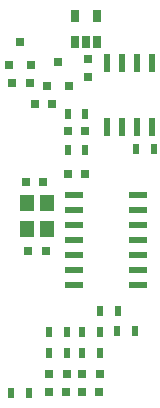
<source format=gbr>
G04 #@! TF.GenerationSoftware,KiCad,Pcbnew,(6.0.0-rc1-dev-135-gb4df06c)*
G04 #@! TF.CreationDate,2018-09-05T13:03:13+03:00*
G04 #@! TF.ProjectId,rs485-moist-sensor,72733438352D6D6F6973742D73656E73,rev?*
G04 #@! TF.SameCoordinates,Original*
G04 #@! TF.FileFunction,Soldermask,Top*
G04 #@! TF.FilePolarity,Negative*
%FSLAX46Y46*%
G04 Gerber Fmt 4.6, Leading zero omitted, Abs format (unit mm)*
G04 Created by KiCad (PCBNEW (6.0.0-rc1-dev-135-gb4df06c)) date 2018 September 05, Wednesday 13:03:13*
%MOMM*%
%LPD*%
G01*
G04 APERTURE LIST*
%ADD10R,1.200000X1.400000*%
%ADD11R,0.800000X0.700000*%
%ADD12R,1.500000X0.600000*%
%ADD13R,0.600000X1.550000*%
%ADD14R,0.800100X0.800100*%
%ADD15R,0.800000X0.750000*%
%ADD16R,0.500000X0.900000*%
%ADD17R,0.750000X0.800000*%
%ADD18R,0.650000X1.060000*%
G04 APERTURE END LIST*
D10*
G04 #@! TO.C,X1*
X91800000Y-42900000D03*
X91800000Y-40700000D03*
X90100000Y-40700000D03*
X90100000Y-42900000D03*
G04 #@! TD*
D11*
G04 #@! TO.C,D1*
X93410000Y-56642000D03*
X92010000Y-56642000D03*
G04 #@! TD*
G04 #@! TO.C,D2*
X96204000Y-56642000D03*
X94804000Y-56642000D03*
G04 #@! TD*
D12*
G04 #@! TO.C,IC1*
X94100000Y-39990000D03*
X94100000Y-41260000D03*
X94100000Y-42530000D03*
X94100000Y-43800000D03*
X94100000Y-45070000D03*
X94100000Y-46340000D03*
X94100000Y-47610000D03*
X99500000Y-47610000D03*
X99500000Y-46340000D03*
X99500000Y-45070000D03*
X99500000Y-43800000D03*
X99500000Y-42530000D03*
X99500000Y-41260000D03*
X99500000Y-39990000D03*
G04 #@! TD*
D13*
G04 #@! TO.C,U1*
X96845000Y-28800000D03*
X98115000Y-28800000D03*
X99385000Y-28800000D03*
X100655000Y-28800000D03*
X100655000Y-34200000D03*
X99385000Y-34200000D03*
X98115000Y-34200000D03*
X96845000Y-34200000D03*
G04 #@! TD*
D14*
G04 #@! TO.C,U2*
X92750000Y-28751780D03*
X93700000Y-30750760D03*
X91800000Y-30750760D03*
G04 #@! TD*
G04 #@! TO.C,Q1*
X89500000Y-27001780D03*
X90450000Y-29000760D03*
X88550000Y-29000760D03*
G04 #@! TD*
D15*
G04 #@! TO.C,C1*
X91700000Y-44700000D03*
X90200000Y-44700000D03*
G04 #@! TD*
G04 #@! TO.C,C2*
X90000000Y-38900000D03*
X91500000Y-38900000D03*
G04 #@! TD*
G04 #@! TO.C,C3*
X93550000Y-38200000D03*
X95050000Y-38200000D03*
G04 #@! TD*
G04 #@! TO.C,C4*
X93460000Y-55118000D03*
X91960000Y-55118000D03*
G04 #@! TD*
G04 #@! TO.C,C5*
X94754000Y-55118000D03*
X96254000Y-55118000D03*
G04 #@! TD*
G04 #@! TO.C,C6*
X95050000Y-34600000D03*
X93550000Y-34600000D03*
G04 #@! TD*
D16*
G04 #@! TO.C,R1*
X95050000Y-36200000D03*
X93550000Y-36200000D03*
G04 #@! TD*
G04 #@! TO.C,R2*
X96278000Y-49784000D03*
X97778000Y-49784000D03*
G04 #@! TD*
G04 #@! TO.C,R4*
X88750000Y-56750000D03*
X90250000Y-56750000D03*
G04 #@! TD*
G04 #@! TO.C,R5*
X93460000Y-51562000D03*
X91960000Y-51562000D03*
G04 #@! TD*
G04 #@! TO.C,R6*
X94754000Y-51562000D03*
X96254000Y-51562000D03*
G04 #@! TD*
G04 #@! TO.C,R7*
X91960000Y-53340000D03*
X93460000Y-53340000D03*
G04 #@! TD*
G04 #@! TO.C,R8*
X96254000Y-53340000D03*
X94754000Y-53340000D03*
G04 #@! TD*
G04 #@! TO.C,TH1*
X97750000Y-51500000D03*
X99250000Y-51500000D03*
G04 #@! TD*
D15*
G04 #@! TO.C,C7*
X90750000Y-32250000D03*
X92250000Y-32250000D03*
G04 #@! TD*
G04 #@! TO.C,C8*
X88850000Y-30500000D03*
X90350000Y-30500000D03*
G04 #@! TD*
D17*
G04 #@! TO.C,C9*
X95250000Y-28500000D03*
X95250000Y-30000000D03*
G04 #@! TD*
D18*
G04 #@! TO.C,D4*
X94150000Y-27000000D03*
X95100000Y-27000000D03*
X96050000Y-27000000D03*
X96050000Y-24800000D03*
X94150000Y-24800000D03*
G04 #@! TD*
D16*
G04 #@! TO.C,R3*
X95050000Y-33100000D03*
X93550000Y-33100000D03*
G04 #@! TD*
G04 #@! TO.C,R9*
X99350000Y-36100000D03*
X100850000Y-36100000D03*
G04 #@! TD*
M02*

</source>
